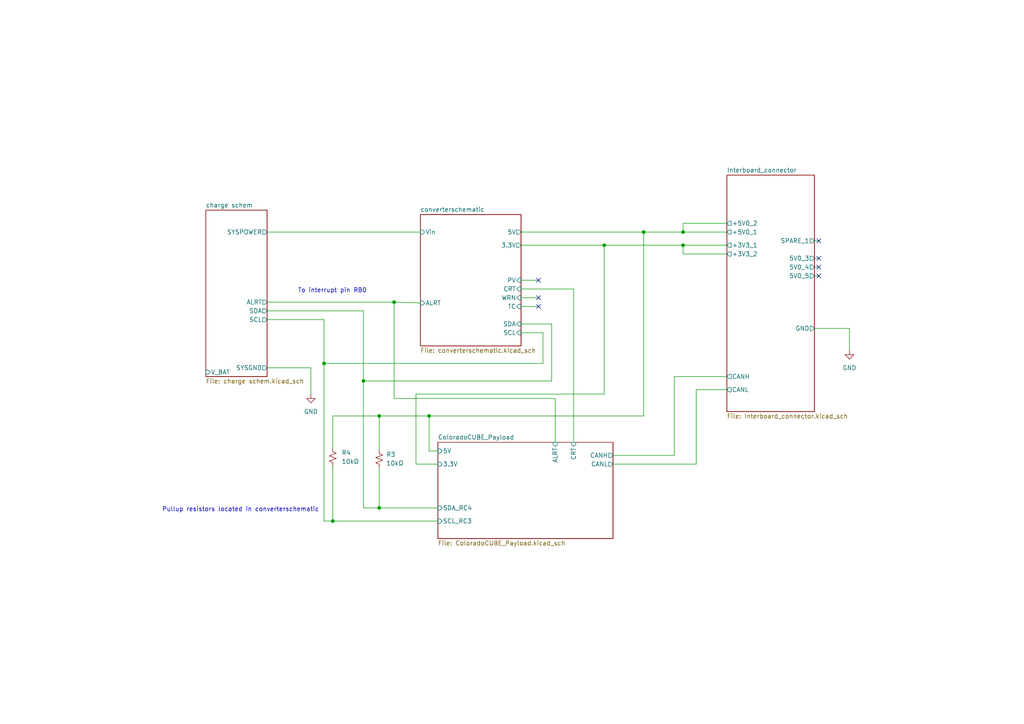
<source format=kicad_sch>
(kicad_sch (version 20211123) (generator eeschema)
  (paper "A4")
  (title_block (title "ColoradoCUBE: EPS Subsystem") (date "2022-02-25") (rev "1") (company "MSU Denver Senior Project"))
  (lib_symbols
    (symbol "Device:R_Small_US" (pin_numbers hide) (pin_names (offset 0.254) hide)
      (property "Reference" "R" (at 0.762 0.508 0))
      (property "Value" "R_Small_US" (at 0.762 -1.016 0))
      (symbol "R_Small_US_1_1"
        (polyline (pts (xy 0 0) (xy 1.016 -0.381) (xy 0 -0.762) (xy -1.016 -1.143) (xy 0 -1.524)))
        (polyline (pts (xy 0 1.524) (xy 1.016 1.143) (xy 0 0.762) (xy -1.016 0.381) (xy 0 0)))
        (pin passive line (at 0 2.54 270) (length 1.016) (name "~") (number "1"))
        (pin passive line (at 0 -2.54 90) (length 1.016) (name "~") (number "2"))
      )
    )
    (symbol "power:GND" (power) (pin_names (offset 0))
      (property "Value" "GND" (at 0 -3.81 0))
      (symbol "GND_0_1"
        (polyline (pts (xy 0 0) (xy 0 -1.27) (xy 1.27 -1.27) (xy 0 -2.54) (xy -1.27 -1.27) (xy 0 -1.27)))
      )
      (symbol "GND_1_1"
        (pin power_in line (at 0 0 270) (length 0) hide (name "GND") (number "1"))
      )
    )
  )
  (junction (at 109.982 120.65))
  (junction (at 105.41 110.49))
  (junction (at 124.46 120.65))
  (junction (at 109.982 147.32))
  (junction (at 93.98 105.41))
  (junction (at 114.3 87.63))
  (junction (at 96.52 151.13))
  (junction (at 186.69 67.31))
  (junction (at 198.12 71.12))
  (junction (at 175.26 71.12))
  (junction (at 198.12 67.31))
  (no_connect (at 156.21 81.28))
  (no_connect (at 156.21 88.9))
  (no_connect (at 156.21 86.36))
  (no_connect (at 237.49 80.01))
  (no_connect (at 237.49 69.85))
  (no_connect (at 237.49 74.93))
  (no_connect (at 237.49 77.47))
  (wire (pts (xy 120.65 114.3) (xy 175.26 114.3)))
  (wire (pts (xy 96.52 135.128) (xy 96.52 151.13)))
  (wire (pts (xy 157.48 105.41) (xy 93.98 105.41)))
  (wire (pts (xy 236.22 95.25) (xy 246.38 95.25)))
  (wire (pts (xy 124.46 120.65) (xy 186.69 120.65)))
  (wire (pts (xy 127 134.62) (xy 120.65 134.62)))
  (wire (pts (xy 114.3 87.63) (xy 114.3 115.57)))
  (wire (pts (xy 198.12 73.66) (xy 198.12 71.12)))
  (wire (pts (xy 77.47 106.68) (xy 90.17 106.68)))
  (wire (pts (xy 90.17 106.68) (xy 90.17 114.3)))
  (wire (pts (xy 77.47 90.17) (xy 105.41 90.17)))
  (wire (pts (xy 96.52 130.048) (xy 96.52 120.65)))
  (wire (pts (xy 246.38 95.25) (xy 246.38 101.6)))
  (wire (pts (xy 195.58 109.22) (xy 210.82 109.22)))
  (wire (pts (xy 236.22 80.01) (xy 237.49 80.01)))
  (wire (pts (xy 151.13 96.52) (xy 157.48 96.52)))
  (wire (pts (xy 161.036 115.57) (xy 161.036 128.27)))
  (wire (pts (xy 96.52 151.13) (xy 127 151.13)))
  (wire (pts (xy 105.41 147.32) (xy 109.982 147.32)))
  (wire (pts (xy 77.47 87.63) (xy 114.3 87.63)))
  (wire (pts (xy 120.65 134.62) (xy 120.65 114.3)))
  (wire (pts (xy 109.982 135.636) (xy 109.982 147.32)))
  (wire (pts (xy 93.98 105.41) (xy 93.98 151.13)))
  (wire (pts (xy 124.46 130.81) (xy 124.46 120.65)))
  (wire (pts (xy 105.41 110.49) (xy 105.41 147.32)))
  (wire (pts (xy 198.12 71.12) (xy 175.26 71.12)))
  (wire (pts (xy 210.82 71.12) (xy 198.12 71.12)))
  (wire (pts (xy 210.82 64.77) (xy 198.12 64.77)))
  (wire (pts (xy 127 130.81) (xy 124.46 130.81)))
  (wire (pts (xy 175.26 114.3) (xy 175.26 71.12)))
  (wire (pts (xy 157.48 96.52) (xy 157.48 105.41)))
  (wire (pts (xy 177.8 132.08) (xy 195.58 132.08)))
  (wire (pts (xy 198.12 64.77) (xy 198.12 67.31)))
  (wire (pts (xy 186.69 67.31) (xy 198.12 67.31)))
  (wire (pts (xy 236.22 74.93) (xy 237.49 74.93)))
  (wire (pts (xy 151.13 71.12) (xy 175.26 71.12)))
  (wire (pts (xy 151.13 86.36) (xy 156.21 86.36)))
  (wire (pts (xy 151.13 93.98) (xy 160.02 93.98)))
  (wire (pts (xy 114.3 115.57) (xy 161.036 115.57)))
  (wire (pts (xy 121.92 87.884) (xy 114.3 87.63)))
  (wire (pts (xy 177.8 134.62) (xy 201.93 134.62)))
  (wire (pts (xy 93.98 92.71) (xy 93.98 105.41)))
  (wire (pts (xy 201.93 134.62) (xy 201.93 113.03)))
  (wire (pts (xy 77.47 92.71) (xy 93.98 92.71)))
  (wire (pts (xy 151.13 83.82) (xy 166.37 83.82)))
  (wire (pts (xy 236.22 69.85) (xy 237.49 69.85)))
  (wire (pts (xy 186.69 120.65) (xy 186.69 67.31)))
  (wire (pts (xy 166.37 83.82) (xy 166.37 128.27)))
  (wire (pts (xy 201.93 113.03) (xy 210.82 113.03)))
  (wire (pts (xy 93.98 151.13) (xy 96.52 151.13)))
  (wire (pts (xy 109.982 147.32) (xy 127 147.32)))
  (wire (pts (xy 160.02 93.98) (xy 160.02 110.49)))
  (wire (pts (xy 151.13 81.28) (xy 156.21 81.28)))
  (wire (pts (xy 121.92 67.31) (xy 77.47 67.31)))
  (wire (pts (xy 151.13 88.9) (xy 156.21 88.9)))
  (wire (pts (xy 96.52 120.65) (xy 109.982 120.65)))
  (wire (pts (xy 236.22 77.47) (xy 237.49 77.47)))
  (wire (pts (xy 105.41 90.17) (xy 105.41 110.49)))
  (wire (pts (xy 210.82 73.66) (xy 198.12 73.66)))
  (wire (pts (xy 195.58 132.08) (xy 195.58 109.22)))
  (wire (pts (xy 109.982 120.65) (xy 124.46 120.65)))
  (wire (pts (xy 198.12 67.31) (xy 210.82 67.31)))
  (wire (pts (xy 109.982 130.556) (xy 109.982 120.65)))
  (wire (pts (xy 105.41 110.49) (xy 160.02 110.49)))
  (wire (pts (xy 151.13 67.31) (xy 186.69 67.31)))
  (text "Pullup resistors located in converterschematic" (at 46.99 148.59 0) (effects (font (size 1.27 1.27)) (justify left bottom)))
  (text "To interrupt pin RB0" (at 86.36 85.09 0) (effects (font (size 1.27 1.27)) (justify left bottom)))
  (symbol (lib_id "power:GND") (at 90.17 114.3 0) (unit 1)
    (property "Reference" "#PWR01" (effects hide))
    (property "Value" "GND" (at 90.17 119.38 0))
  )
  (symbol (lib_id "power:GND") (at 246.38 101.6 0) (unit 1)
    (property "Reference" "#PWR02" (effects hide))
    (property "Value" "GND" (at 246.38 106.68 0))
  )
  (symbol (lib_id "Device:R_Small_US") (at 96.52 132.588 0) (unit 1)
    (property "Reference" "R4" (at 99.06 131.3179 0) (effects (justify left)))
    (property "Value" "10kΩ" (at 99.06 133.8579 0) (effects (justify left)))
    (property "Footprint" "Resistor_SMD:R_0603_1608Metric" (effects hide))
  )
  (symbol (lib_id "Device:R_Small_US") (at 109.982 133.096 0) (unit 1)
    (property "Reference" "R3" (at 112.014 131.8259 0) (effects (justify left)))
    (property "Value" "10kΩ" (at 112.014 134.3659 0) (effects (justify left)))
    (property "Footprint" "Resistor_SMD:R_0603_1608Metric" (effects hide))
  )
  (sheet (at 210.82 50.8) (size 25.4 68.58) (stroke (width 0.1524))
    (property "Sheet name" "Interboard_connector" (at 210.82 50.0884 0) (effects (justify left bottom)))
    (property "Sheet file" "Interboard_connector.kicad_sch" (at 210.82 119.9646 0) (effects (justify left top)))
    (pin "GND" output (at 236.22 95.25 0))
    (pin "5V0_5" output (at 236.22 80.01 0))
    (pin "+5V0_1" output (at 210.82 67.31 180))
    (pin "+5V0_2" output (at 210.82 64.77 180))
    (pin "+3V3_1" output (at 210.82 71.12 180))
    (pin "CANH" output (at 210.82 109.22 180))
    (pin "SPARE_1" output (at 236.22 69.85 0))
    (pin "+3V3_2" output (at 210.82 73.66 180))
    (pin "CANL" output (at 210.82 113.03 180))
    (pin "5V0_4" output (at 236.22 77.47 0))
    (pin "5V0_3" output (at 236.22 74.93 0))
  )
  (sheet (at 59.69 60.96) (size 17.78 48.26) (stroke (width 0.1524))
    (property "Sheet name" "charge schem" (at 59.69 60.2484 0) (effects (justify left bottom)))
    (property "Sheet file" "charge schem.kicad_sch" (at 59.69 109.8046 0) (effects (justify left top)))
    (pin "V_BAT" input (at 59.69 107.95 180))
    (pin "SDA" output (at 77.47 90.17 0))
    (pin "ALRT" output (at 77.47 87.63 0))
    (pin "SYSGND" output (at 77.47 106.68 0))
    (pin "SCL" output (at 77.47 92.71 0))
    (pin "SYSPOWER" output (at 77.47 67.31 0))
  )
  (sheet (at 127 128.27) (size 50.8 27.94) (stroke (width 0.1524))
    (property "Sheet name" "ColoradoCUBE_Payload" (at 127 127.5584 0) (effects (justify left bottom)))
    (property "Sheet file" "ColoradoCUBE_Payload.kicad_sch" (at 127 156.7946 0) (effects (justify left top)))
    (pin "SDA_RC4" input (at 127 147.32 180))
    (pin "5V" input (at 127 130.81 180))
    (pin "3.3V" input (at 127 134.62 180))
    (pin "CANH" output (at 177.8 132.08 0))
    (pin "CANL" output (at 177.8 134.62 0))
    (pin "SCL_RC3" input (at 127 151.13 180))
    (pin "CRT" input (at 166.37 128.27 90))
    (pin "ALRT" input (at 161.036 128.27 90))
  )
  (sheet (at 121.92 62.23) (size 29.21 38.1) (stroke (width 0.1524))
    (property "Sheet name" "converterschematic" (at 121.92 61.5184 0) (effects (justify left bottom)))
    (property "Sheet file" "converterschematic.kicad_sch" (at 121.92 100.9146 0) (effects (justify left top)))
    (pin "WRN" input (at 151.13 86.36 0))
    (pin "TC" input (at 151.13 88.9 0))
    (pin "SCL" input (at 151.13 96.52 0))
    (pin "SDA" input (at 151.13 93.98 0))
    (pin "3.3V" output (at 151.13 71.12 0))
    (pin "PV" input (at 151.13 81.28 0))
    (pin "5V" output (at 151.13 67.31 0))
    (pin "CRT" input (at 151.13 83.82 0))
    (pin "Vin" input (at 121.92 67.31 180))
    (pin "ALRT" input (at 121.92 87.884 180))
  )
)
</source>
